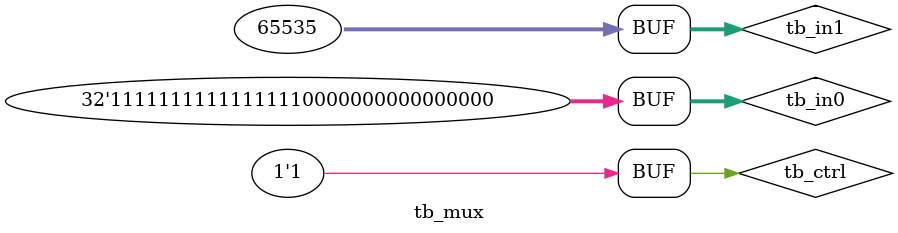
<source format=v>
`timescale 1ns / 1ps


module tb_mux;

	// Inputs
	reg tb_ctrl;
	reg [31:0] tb_in0;
	reg [31:0] tb_in1;

	// Outputs
	wire [31:0] tb_out;

	// Instantiate the Unit Under Test (UUT)
	mux uut (
		.ctrl(tb_ctrl), 
		.in0(tb_in0), 
		.in1(tb_in1), 
		.out(tb_out)
	);

	initial begin
		// Initialize Inputs
		tb_ctrl = 0;
		tb_in0 = 32'hffff0000;
		tb_in1 = 32'h0000ffff;

		// Wait 100 ns for global reset to finish
		#100;
      tb_ctrl = 1;
		
		#100;
		tb_ctrl = 0;
		 
		#100;
		tb_ctrl = 1;
		
		
		
	end
      
endmodule


</source>
